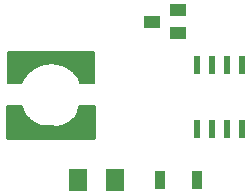
<source format=gtp>
G75*
%MOIN*%
%OFA0B0*%
%FSLAX25Y25*%
%IPPOS*%
%LPD*%
%AMOC8*
5,1,8,0,0,1.08239X$1,22.5*
%
%ADD10R,0.05000X0.05000*%
%ADD11C,0.01200*%
%ADD12C,0.00160*%
%ADD13C,0.00500*%
%ADD14R,0.05512X0.03937*%
%ADD15R,0.03543X0.06299*%
%ADD16R,0.02165X0.05906*%
%ADD17R,0.06299X0.07480*%
D10*
X0072311Y0047189D03*
X0072311Y0070811D03*
D11*
X0046130Y0054866D02*
X0046130Y0044630D01*
X0074870Y0044630D01*
X0074870Y0054866D01*
X0070343Y0054866D01*
X0070021Y0053583D01*
X0069493Y0052371D01*
X0068773Y0051261D01*
X0067881Y0050284D01*
X0066841Y0049467D01*
X0065681Y0048832D01*
X0064432Y0048396D01*
X0063129Y0048170D01*
X0061806Y0048162D01*
X0060500Y0048370D01*
X0059201Y0048209D01*
X0057894Y0048253D01*
X0056609Y0048501D01*
X0055379Y0048947D01*
X0054233Y0049580D01*
X0053201Y0050384D01*
X0052308Y0051340D01*
X0051574Y0052424D01*
X0051020Y0053609D01*
X0050657Y0054866D01*
X0046130Y0054866D01*
X0046130Y0054234D02*
X0050839Y0054234D01*
X0051288Y0053036D02*
X0046130Y0053036D01*
X0046130Y0051837D02*
X0051971Y0051837D01*
X0052963Y0050639D02*
X0046130Y0050639D01*
X0046130Y0049440D02*
X0054485Y0049440D01*
X0058218Y0048242D02*
X0046130Y0048242D01*
X0046130Y0047043D02*
X0074870Y0047043D01*
X0074870Y0045845D02*
X0046130Y0045845D01*
X0046130Y0044646D02*
X0074870Y0044646D01*
X0074870Y0048242D02*
X0063542Y0048242D01*
X0061303Y0048242D02*
X0059468Y0048242D01*
X0066791Y0049440D02*
X0074870Y0049440D01*
X0074870Y0050639D02*
X0068205Y0050639D01*
X0069147Y0051837D02*
X0074870Y0051837D01*
X0074870Y0053036D02*
X0069782Y0053036D01*
X0070184Y0054234D02*
X0074870Y0054234D01*
D12*
X0071604Y0063643D02*
X0070277Y0063085D01*
X0070172Y0063323D01*
X0070060Y0063558D01*
X0069944Y0063790D01*
X0069821Y0064019D01*
X0069693Y0064245D01*
X0069559Y0064468D01*
X0069420Y0064688D01*
X0069276Y0064904D01*
X0069126Y0065117D01*
X0068972Y0065326D01*
X0068812Y0065531D01*
X0068647Y0065732D01*
X0068478Y0065929D01*
X0068304Y0066122D01*
X0068125Y0066310D01*
X0067941Y0066494D01*
X0067753Y0066674D01*
X0067561Y0066849D01*
X0067364Y0067019D01*
X0067164Y0067184D01*
X0066959Y0067345D01*
X0066751Y0067500D01*
X0066539Y0067650D01*
X0066323Y0067796D01*
X0066104Y0067935D01*
X0065882Y0068070D01*
X0065656Y0068198D01*
X0065427Y0068322D01*
X0065195Y0068440D01*
X0064961Y0068552D01*
X0064724Y0068658D01*
X0064484Y0068758D01*
X0064242Y0068853D01*
X0063997Y0068942D01*
X0063751Y0069024D01*
X0063503Y0069101D01*
X0063252Y0069171D01*
X0063001Y0069236D01*
X0062747Y0069294D01*
X0062493Y0069346D01*
X0062237Y0069392D01*
X0061980Y0069432D01*
X0061722Y0069465D01*
X0061463Y0069492D01*
X0061204Y0069513D01*
X0060945Y0069527D01*
X0060685Y0069535D01*
X0060425Y0069537D01*
X0060165Y0069532D01*
X0059906Y0069521D01*
X0059646Y0069504D01*
X0059387Y0069480D01*
X0059129Y0069450D01*
X0058872Y0069414D01*
X0058615Y0069372D01*
X0058360Y0069323D01*
X0058106Y0069268D01*
X0057853Y0069207D01*
X0057602Y0069140D01*
X0057353Y0069066D01*
X0057105Y0068987D01*
X0056860Y0068901D01*
X0056617Y0068810D01*
X0056375Y0068713D01*
X0056137Y0068610D01*
X0055901Y0068501D01*
X0055668Y0068386D01*
X0055437Y0068266D01*
X0055210Y0068140D01*
X0054986Y0068008D01*
X0054765Y0067872D01*
X0054547Y0067729D01*
X0054333Y0067582D01*
X0054123Y0067429D01*
X0053916Y0067272D01*
X0053713Y0067109D01*
X0053515Y0066941D01*
X0053320Y0066769D01*
X0053130Y0066592D01*
X0052944Y0066410D01*
X0052762Y0066224D01*
X0052586Y0066033D01*
X0052413Y0065839D01*
X0052246Y0065640D01*
X0052084Y0065437D01*
X0051926Y0065230D01*
X0051774Y0065019D01*
X0051627Y0064805D01*
X0051485Y0064587D01*
X0051349Y0064366D01*
X0051217Y0064142D01*
X0051092Y0063914D01*
X0050972Y0063683D01*
X0050858Y0063450D01*
X0050749Y0063214D01*
X0050646Y0062975D01*
X0049313Y0063518D01*
X0049429Y0063790D01*
X0049552Y0064058D01*
X0049682Y0064323D01*
X0049818Y0064585D01*
X0049960Y0064844D01*
X0050109Y0065099D01*
X0050264Y0065351D01*
X0050425Y0065598D01*
X0050592Y0065842D01*
X0050765Y0066081D01*
X0050943Y0066316D01*
X0051128Y0066547D01*
X0051318Y0066773D01*
X0051513Y0066994D01*
X0051714Y0067211D01*
X0051920Y0067422D01*
X0052131Y0067629D01*
X0052347Y0067830D01*
X0052568Y0068026D01*
X0052793Y0068217D01*
X0053023Y0068402D01*
X0053258Y0068581D01*
X0053497Y0068754D01*
X0053740Y0068922D01*
X0053987Y0069084D01*
X0054238Y0069239D01*
X0054493Y0069389D01*
X0054751Y0069532D01*
X0055013Y0069669D01*
X0055278Y0069799D01*
X0055546Y0069923D01*
X0055817Y0070040D01*
X0056091Y0070151D01*
X0056367Y0070255D01*
X0056646Y0070352D01*
X0056927Y0070442D01*
X0057210Y0070525D01*
X0057495Y0070602D01*
X0057782Y0070671D01*
X0058071Y0070734D01*
X0058361Y0070789D01*
X0058652Y0070837D01*
X0058945Y0070879D01*
X0059238Y0070913D01*
X0059532Y0070939D01*
X0059827Y0070959D01*
X0060122Y0070972D01*
X0060417Y0070977D01*
X0060712Y0070975D01*
X0061007Y0070966D01*
X0061302Y0070949D01*
X0061597Y0070926D01*
X0061890Y0070895D01*
X0062183Y0070857D01*
X0062475Y0070812D01*
X0062766Y0070760D01*
X0063055Y0070701D01*
X0063343Y0070635D01*
X0063629Y0070561D01*
X0063913Y0070481D01*
X0064195Y0070394D01*
X0064475Y0070300D01*
X0064752Y0070199D01*
X0065027Y0070092D01*
X0065300Y0069978D01*
X0065569Y0069857D01*
X0065836Y0069729D01*
X0066099Y0069596D01*
X0066359Y0069455D01*
X0066615Y0069309D01*
X0066868Y0069156D01*
X0067117Y0068997D01*
X0067362Y0068832D01*
X0067602Y0068662D01*
X0067839Y0068485D01*
X0068071Y0068303D01*
X0068299Y0068115D01*
X0068522Y0067921D01*
X0068740Y0067722D01*
X0068954Y0067518D01*
X0069162Y0067309D01*
X0069365Y0067095D01*
X0069563Y0066875D01*
X0069755Y0066651D01*
X0069942Y0066423D01*
X0070124Y0066190D01*
X0070299Y0065952D01*
X0070469Y0065711D01*
X0070633Y0065465D01*
X0070790Y0065215D01*
X0070942Y0064962D01*
X0071087Y0064705D01*
X0071226Y0064444D01*
X0071359Y0064181D01*
X0071485Y0063914D01*
X0071605Y0063644D01*
X0071465Y0063585D01*
X0071347Y0063852D01*
X0071223Y0064115D01*
X0071092Y0064376D01*
X0070954Y0064633D01*
X0070811Y0064887D01*
X0070661Y0065137D01*
X0070506Y0065384D01*
X0070344Y0065626D01*
X0070176Y0065865D01*
X0070003Y0066099D01*
X0069824Y0066329D01*
X0069639Y0066555D01*
X0069449Y0066776D01*
X0069254Y0066993D01*
X0069053Y0067204D01*
X0068848Y0067411D01*
X0068637Y0067612D01*
X0068421Y0067809D01*
X0068201Y0068000D01*
X0067976Y0068185D01*
X0067747Y0068365D01*
X0067513Y0068540D01*
X0067275Y0068708D01*
X0067033Y0068871D01*
X0066788Y0069028D01*
X0066538Y0069179D01*
X0066285Y0069324D01*
X0066028Y0069462D01*
X0065768Y0069594D01*
X0065505Y0069720D01*
X0065239Y0069839D01*
X0064970Y0069952D01*
X0064699Y0070058D01*
X0064425Y0070158D01*
X0064148Y0070250D01*
X0063870Y0070336D01*
X0063589Y0070416D01*
X0063307Y0070488D01*
X0063023Y0070553D01*
X0062737Y0070612D01*
X0062450Y0070663D01*
X0062162Y0070708D01*
X0061873Y0070745D01*
X0061583Y0070775D01*
X0061292Y0070799D01*
X0061001Y0070815D01*
X0060709Y0070824D01*
X0060418Y0070826D01*
X0060126Y0070821D01*
X0059835Y0070808D01*
X0059544Y0070789D01*
X0059254Y0070762D01*
X0058964Y0070729D01*
X0058675Y0070688D01*
X0058388Y0070640D01*
X0058101Y0070586D01*
X0057816Y0070524D01*
X0057533Y0070456D01*
X0057251Y0070380D01*
X0056972Y0070298D01*
X0056694Y0070209D01*
X0056419Y0070113D01*
X0056146Y0070010D01*
X0055875Y0069901D01*
X0055608Y0069785D01*
X0055343Y0069663D01*
X0055082Y0069534D01*
X0054823Y0069399D01*
X0054568Y0069258D01*
X0054317Y0069110D01*
X0054069Y0068957D01*
X0053825Y0068797D01*
X0053585Y0068632D01*
X0053349Y0068460D01*
X0053117Y0068283D01*
X0052890Y0068101D01*
X0052667Y0067912D01*
X0052449Y0067719D01*
X0052236Y0067520D01*
X0052027Y0067316D01*
X0051824Y0067107D01*
X0051626Y0066894D01*
X0051433Y0066675D01*
X0051245Y0066452D01*
X0051063Y0066224D01*
X0050887Y0065992D01*
X0050716Y0065755D01*
X0050551Y0065515D01*
X0050392Y0065271D01*
X0050239Y0065022D01*
X0050092Y0064770D01*
X0049952Y0064515D01*
X0049817Y0064256D01*
X0049689Y0063994D01*
X0049568Y0063729D01*
X0049452Y0063461D01*
X0049592Y0063404D01*
X0049706Y0063669D01*
X0049826Y0063931D01*
X0049952Y0064189D01*
X0050085Y0064445D01*
X0050224Y0064697D01*
X0050369Y0064945D01*
X0050520Y0065190D01*
X0050677Y0065432D01*
X0050840Y0065669D01*
X0051008Y0065903D01*
X0051183Y0066132D01*
X0051362Y0066357D01*
X0051548Y0066577D01*
X0051738Y0066793D01*
X0051934Y0067004D01*
X0052135Y0067210D01*
X0052340Y0067411D01*
X0052551Y0067608D01*
X0052766Y0067799D01*
X0052986Y0067984D01*
X0053211Y0068165D01*
X0053439Y0068339D01*
X0053672Y0068509D01*
X0053909Y0068672D01*
X0054150Y0068830D01*
X0054395Y0068981D01*
X0054643Y0069127D01*
X0054895Y0069266D01*
X0055150Y0069400D01*
X0055408Y0069527D01*
X0055670Y0069647D01*
X0055934Y0069762D01*
X0056201Y0069869D01*
X0056470Y0069971D01*
X0056742Y0070065D01*
X0057016Y0070153D01*
X0057292Y0070235D01*
X0057571Y0070309D01*
X0057850Y0070377D01*
X0058132Y0070438D01*
X0058414Y0070492D01*
X0058698Y0070539D01*
X0058983Y0070579D01*
X0059269Y0070612D01*
X0059556Y0070638D01*
X0059843Y0070658D01*
X0060131Y0070670D01*
X0060419Y0070675D01*
X0060707Y0070673D01*
X0060994Y0070664D01*
X0061282Y0070648D01*
X0061569Y0070625D01*
X0061855Y0070595D01*
X0062140Y0070558D01*
X0062425Y0070514D01*
X0062708Y0070464D01*
X0062990Y0070406D01*
X0063271Y0070341D01*
X0063550Y0070270D01*
X0063827Y0070192D01*
X0064102Y0070107D01*
X0064375Y0070015D01*
X0064645Y0069917D01*
X0064913Y0069812D01*
X0065179Y0069701D01*
X0065442Y0069583D01*
X0065701Y0069459D01*
X0065958Y0069328D01*
X0066211Y0069192D01*
X0066461Y0069049D01*
X0066708Y0068900D01*
X0066950Y0068745D01*
X0067189Y0068585D01*
X0067424Y0068418D01*
X0067655Y0068246D01*
X0067881Y0068068D01*
X0068103Y0067885D01*
X0068321Y0067696D01*
X0068533Y0067502D01*
X0068741Y0067303D01*
X0068944Y0067099D01*
X0069143Y0066891D01*
X0069335Y0066677D01*
X0069523Y0066459D01*
X0069705Y0066236D01*
X0069882Y0066009D01*
X0070053Y0065777D01*
X0070219Y0065542D01*
X0070378Y0065302D01*
X0070532Y0065059D01*
X0070680Y0064812D01*
X0070822Y0064561D01*
X0070957Y0064307D01*
X0071087Y0064050D01*
X0071210Y0063790D01*
X0071326Y0063527D01*
X0071187Y0063468D01*
X0071072Y0063728D01*
X0070950Y0063985D01*
X0070823Y0064239D01*
X0070689Y0064489D01*
X0070549Y0064737D01*
X0070403Y0064980D01*
X0070251Y0065221D01*
X0070094Y0065457D01*
X0069930Y0065690D01*
X0069761Y0065918D01*
X0069587Y0066142D01*
X0069407Y0066362D01*
X0069222Y0066578D01*
X0069031Y0066789D01*
X0068836Y0066995D01*
X0068635Y0067196D01*
X0068430Y0067392D01*
X0068220Y0067584D01*
X0068005Y0067770D01*
X0067786Y0067951D01*
X0067562Y0068126D01*
X0067335Y0068296D01*
X0067103Y0068461D01*
X0066867Y0068619D01*
X0066627Y0068772D01*
X0066384Y0068919D01*
X0066138Y0069060D01*
X0065887Y0069195D01*
X0065634Y0069324D01*
X0065378Y0069446D01*
X0065118Y0069562D01*
X0064856Y0069672D01*
X0064592Y0069776D01*
X0064325Y0069873D01*
X0064055Y0069963D01*
X0063784Y0070047D01*
X0063510Y0070124D01*
X0063235Y0070195D01*
X0062958Y0070258D01*
X0062680Y0070315D01*
X0062400Y0070365D01*
X0062119Y0070409D01*
X0061837Y0070445D01*
X0061555Y0070475D01*
X0061271Y0070497D01*
X0060988Y0070513D01*
X0060704Y0070522D01*
X0060420Y0070524D01*
X0060135Y0070519D01*
X0059852Y0070507D01*
X0059568Y0070488D01*
X0059285Y0070462D01*
X0059003Y0070429D01*
X0058721Y0070390D01*
X0058441Y0070343D01*
X0058162Y0070290D01*
X0057884Y0070230D01*
X0057608Y0070163D01*
X0057334Y0070089D01*
X0057061Y0070009D01*
X0056790Y0069922D01*
X0056522Y0069829D01*
X0056256Y0069729D01*
X0055993Y0069622D01*
X0055732Y0069510D01*
X0055474Y0069391D01*
X0055219Y0069265D01*
X0054967Y0069134D01*
X0054718Y0068996D01*
X0054473Y0068852D01*
X0054232Y0068702D01*
X0053994Y0068547D01*
X0053760Y0068386D01*
X0053530Y0068219D01*
X0053304Y0068046D01*
X0053083Y0067868D01*
X0052866Y0067685D01*
X0052653Y0067496D01*
X0052445Y0067303D01*
X0052242Y0067104D01*
X0052044Y0066900D01*
X0051850Y0066692D01*
X0051662Y0066479D01*
X0051480Y0066261D01*
X0051302Y0066040D01*
X0051130Y0065813D01*
X0050964Y0065583D01*
X0050803Y0065349D01*
X0050648Y0065110D01*
X0050499Y0064869D01*
X0050356Y0064623D01*
X0050219Y0064374D01*
X0050088Y0064122D01*
X0049963Y0063867D01*
X0049844Y0063609D01*
X0049732Y0063347D01*
X0049872Y0063290D01*
X0049983Y0063548D01*
X0050100Y0063803D01*
X0050223Y0064055D01*
X0050352Y0064304D01*
X0050488Y0064549D01*
X0050629Y0064792D01*
X0050776Y0065030D01*
X0050929Y0065265D01*
X0051088Y0065497D01*
X0051252Y0065724D01*
X0051422Y0065947D01*
X0051597Y0066166D01*
X0051777Y0066381D01*
X0051963Y0066591D01*
X0052154Y0066797D01*
X0052349Y0066998D01*
X0052550Y0067194D01*
X0052755Y0067385D01*
X0052965Y0067571D01*
X0053179Y0067752D01*
X0053398Y0067928D01*
X0053621Y0068098D01*
X0053848Y0068263D01*
X0054079Y0068422D01*
X0054313Y0068575D01*
X0054552Y0068723D01*
X0054794Y0068865D01*
X0055039Y0069001D01*
X0055288Y0069131D01*
X0055539Y0069254D01*
X0055794Y0069372D01*
X0056051Y0069483D01*
X0056311Y0069588D01*
X0056574Y0069687D01*
X0056839Y0069779D01*
X0057106Y0069865D01*
X0057375Y0069944D01*
X0057646Y0070017D01*
X0057918Y0070083D01*
X0058192Y0070142D01*
X0058468Y0070195D01*
X0058744Y0070240D01*
X0059022Y0070280D01*
X0059301Y0070312D01*
X0059580Y0070337D01*
X0059860Y0070356D01*
X0060140Y0070368D01*
X0060420Y0070373D01*
X0060701Y0070371D01*
X0060981Y0070362D01*
X0061261Y0070347D01*
X0061541Y0070324D01*
X0061820Y0070295D01*
X0062098Y0070259D01*
X0062375Y0070217D01*
X0062651Y0070167D01*
X0062926Y0070111D01*
X0063199Y0070048D01*
X0063471Y0069978D01*
X0063741Y0069902D01*
X0064009Y0069819D01*
X0064275Y0069730D01*
X0064538Y0069635D01*
X0064799Y0069532D01*
X0065058Y0069424D01*
X0065314Y0069309D01*
X0065567Y0069188D01*
X0065817Y0069061D01*
X0066064Y0068928D01*
X0066307Y0068789D01*
X0066547Y0068644D01*
X0066784Y0068493D01*
X0067017Y0068337D01*
X0067245Y0068174D01*
X0067470Y0068007D01*
X0067691Y0067834D01*
X0067907Y0067655D01*
X0068119Y0067471D01*
X0068326Y0067283D01*
X0068529Y0067089D01*
X0068727Y0066890D01*
X0068920Y0066687D01*
X0069108Y0066478D01*
X0069291Y0066266D01*
X0069468Y0066049D01*
X0069641Y0065827D01*
X0069807Y0065602D01*
X0069969Y0065372D01*
X0070124Y0065139D01*
X0070274Y0064902D01*
X0070418Y0064661D01*
X0070556Y0064417D01*
X0070688Y0064170D01*
X0070814Y0063919D01*
X0070934Y0063666D01*
X0071048Y0063409D01*
X0070909Y0063351D01*
X0070796Y0063604D01*
X0070678Y0063854D01*
X0070554Y0064101D01*
X0070423Y0064345D01*
X0070287Y0064586D01*
X0070145Y0064824D01*
X0069997Y0065058D01*
X0069843Y0065288D01*
X0069684Y0065514D01*
X0069520Y0065737D01*
X0069350Y0065955D01*
X0069174Y0066169D01*
X0068994Y0066379D01*
X0068809Y0066585D01*
X0068618Y0066785D01*
X0068423Y0066981D01*
X0068223Y0067173D01*
X0068018Y0067359D01*
X0067809Y0067540D01*
X0067596Y0067716D01*
X0067378Y0067887D01*
X0067156Y0068053D01*
X0066930Y0068213D01*
X0066701Y0068367D01*
X0066467Y0068516D01*
X0066230Y0068659D01*
X0065990Y0068796D01*
X0065747Y0068928D01*
X0065500Y0069053D01*
X0065250Y0069172D01*
X0064998Y0069286D01*
X0064742Y0069393D01*
X0064485Y0069493D01*
X0064225Y0069588D01*
X0063962Y0069676D01*
X0063698Y0069757D01*
X0063431Y0069833D01*
X0063163Y0069901D01*
X0062894Y0069963D01*
X0062622Y0070019D01*
X0062350Y0070068D01*
X0062077Y0070110D01*
X0061802Y0070145D01*
X0061527Y0070174D01*
X0061251Y0070196D01*
X0060975Y0070211D01*
X0060698Y0070220D01*
X0060421Y0070222D01*
X0060145Y0070217D01*
X0059868Y0070205D01*
X0059592Y0070187D01*
X0059316Y0070162D01*
X0059041Y0070130D01*
X0058767Y0070091D01*
X0058494Y0070046D01*
X0058223Y0069994D01*
X0057952Y0069936D01*
X0057683Y0069870D01*
X0057416Y0069799D01*
X0057150Y0069721D01*
X0056887Y0069636D01*
X0056625Y0069545D01*
X0056366Y0069448D01*
X0056110Y0069344D01*
X0055856Y0069234D01*
X0055605Y0069118D01*
X0055356Y0068996D01*
X0055111Y0068868D01*
X0054869Y0068734D01*
X0054630Y0068594D01*
X0054395Y0068448D01*
X0054163Y0068297D01*
X0053935Y0068140D01*
X0053711Y0067977D01*
X0053491Y0067809D01*
X0053276Y0067636D01*
X0053064Y0067457D01*
X0052857Y0067274D01*
X0052655Y0067085D01*
X0052457Y0066892D01*
X0052264Y0066693D01*
X0052075Y0066491D01*
X0051892Y0066283D01*
X0051714Y0066071D01*
X0051541Y0065855D01*
X0051374Y0065635D01*
X0051212Y0065410D01*
X0051055Y0065182D01*
X0050904Y0064950D01*
X0050759Y0064715D01*
X0050619Y0064476D01*
X0050486Y0064233D01*
X0050358Y0063988D01*
X0050237Y0063739D01*
X0050121Y0063488D01*
X0050012Y0063234D01*
X0050152Y0063177D01*
X0050260Y0063427D01*
X0050374Y0063675D01*
X0050494Y0063921D01*
X0050619Y0064163D01*
X0050751Y0064402D01*
X0050889Y0064638D01*
X0051032Y0064870D01*
X0051181Y0065099D01*
X0051336Y0065324D01*
X0051496Y0065546D01*
X0051661Y0065763D01*
X0051831Y0065976D01*
X0052007Y0066185D01*
X0052188Y0066390D01*
X0052374Y0066590D01*
X0052564Y0066786D01*
X0052759Y0066976D01*
X0052959Y0067162D01*
X0053163Y0067344D01*
X0053372Y0067520D01*
X0053585Y0067691D01*
X0053802Y0067856D01*
X0054023Y0068017D01*
X0054248Y0068172D01*
X0054476Y0068321D01*
X0054708Y0068465D01*
X0054944Y0068603D01*
X0055183Y0068735D01*
X0055425Y0068862D01*
X0055670Y0068982D01*
X0055918Y0069097D01*
X0056168Y0069205D01*
X0056422Y0069307D01*
X0056677Y0069403D01*
X0056935Y0069493D01*
X0057195Y0069576D01*
X0057457Y0069654D01*
X0057721Y0069724D01*
X0057986Y0069788D01*
X0058253Y0069846D01*
X0058521Y0069897D01*
X0058790Y0069942D01*
X0059061Y0069980D01*
X0059332Y0070011D01*
X0059604Y0070036D01*
X0059876Y0070054D01*
X0060149Y0070066D01*
X0060422Y0070071D01*
X0060695Y0070069D01*
X0060968Y0070061D01*
X0061241Y0070045D01*
X0061513Y0070024D01*
X0061784Y0069995D01*
X0062055Y0069960D01*
X0062325Y0069919D01*
X0062594Y0069871D01*
X0062861Y0069816D01*
X0063127Y0069755D01*
X0063392Y0069687D01*
X0063655Y0069613D01*
X0063916Y0069532D01*
X0064174Y0069445D01*
X0064431Y0069352D01*
X0064685Y0069253D01*
X0064937Y0069147D01*
X0065186Y0069036D01*
X0065433Y0068918D01*
X0065676Y0068794D01*
X0065916Y0068665D01*
X0066154Y0068529D01*
X0066387Y0068388D01*
X0066617Y0068241D01*
X0066844Y0068089D01*
X0067067Y0067931D01*
X0067286Y0067768D01*
X0067500Y0067599D01*
X0067711Y0067425D01*
X0067917Y0067247D01*
X0068119Y0067063D01*
X0068317Y0066874D01*
X0068509Y0066681D01*
X0068697Y0066482D01*
X0068880Y0066280D01*
X0069058Y0066073D01*
X0069231Y0065862D01*
X0069399Y0065646D01*
X0069561Y0065427D01*
X0069718Y0065203D01*
X0069870Y0064976D01*
X0070016Y0064745D01*
X0070156Y0064511D01*
X0070291Y0064273D01*
X0070419Y0064033D01*
X0070542Y0063789D01*
X0070659Y0063542D01*
X0070769Y0063292D01*
X0070630Y0063234D01*
X0070521Y0063480D01*
X0070406Y0063723D01*
X0070285Y0063964D01*
X0070158Y0064202D01*
X0070025Y0064436D01*
X0069887Y0064667D01*
X0069743Y0064895D01*
X0069593Y0065119D01*
X0069438Y0065339D01*
X0069278Y0065556D01*
X0069113Y0065768D01*
X0068942Y0065976D01*
X0068766Y0066181D01*
X0068586Y0066380D01*
X0068401Y0066576D01*
X0068210Y0066767D01*
X0068016Y0066953D01*
X0067817Y0067134D01*
X0067613Y0067310D01*
X0067405Y0067482D01*
X0067193Y0067648D01*
X0066977Y0067809D01*
X0066758Y0067965D01*
X0066534Y0068115D01*
X0066307Y0068260D01*
X0066077Y0068399D01*
X0065843Y0068533D01*
X0065606Y0068661D01*
X0065366Y0068783D01*
X0065123Y0068899D01*
X0064877Y0069009D01*
X0064628Y0069113D01*
X0064378Y0069211D01*
X0064124Y0069303D01*
X0063869Y0069389D01*
X0063612Y0069468D01*
X0063352Y0069541D01*
X0063092Y0069608D01*
X0062829Y0069668D01*
X0062565Y0069722D01*
X0062300Y0069770D01*
X0062034Y0069811D01*
X0061767Y0069845D01*
X0061499Y0069873D01*
X0061230Y0069895D01*
X0060962Y0069910D01*
X0060692Y0069918D01*
X0060423Y0069920D01*
X0060154Y0069915D01*
X0059885Y0069904D01*
X0059616Y0069886D01*
X0059348Y0069861D01*
X0059080Y0069830D01*
X0058813Y0069793D01*
X0058548Y0069749D01*
X0058283Y0069698D01*
X0058020Y0069641D01*
X0057758Y0069578D01*
X0057498Y0069508D01*
X0057240Y0069432D01*
X0056983Y0069350D01*
X0056729Y0069261D01*
X0056477Y0069167D01*
X0056227Y0069066D01*
X0055980Y0068959D01*
X0055735Y0068846D01*
X0055493Y0068727D01*
X0055255Y0068602D01*
X0055019Y0068472D01*
X0054787Y0068336D01*
X0054558Y0068194D01*
X0054332Y0068047D01*
X0054111Y0067894D01*
X0053893Y0067736D01*
X0053679Y0067572D01*
X0053469Y0067404D01*
X0053263Y0067230D01*
X0053061Y0067051D01*
X0052864Y0066868D01*
X0052671Y0066679D01*
X0052484Y0066486D01*
X0052300Y0066289D01*
X0052122Y0066087D01*
X0051949Y0065881D01*
X0051780Y0065671D01*
X0051617Y0065456D01*
X0051460Y0065238D01*
X0051307Y0065016D01*
X0051160Y0064790D01*
X0051019Y0064561D01*
X0050883Y0064328D01*
X0050753Y0064093D01*
X0050629Y0063854D01*
X0050510Y0063612D01*
X0050398Y0063367D01*
X0050291Y0063120D01*
X0050431Y0063063D01*
X0050536Y0063307D01*
X0050647Y0063548D01*
X0050764Y0063786D01*
X0050887Y0064022D01*
X0051015Y0064255D01*
X0051149Y0064484D01*
X0051288Y0064710D01*
X0051433Y0064933D01*
X0051584Y0065152D01*
X0051739Y0065367D01*
X0051900Y0065578D01*
X0052066Y0065786D01*
X0052237Y0065989D01*
X0052413Y0066188D01*
X0052593Y0066383D01*
X0052779Y0066573D01*
X0052969Y0066759D01*
X0053163Y0066940D01*
X0053362Y0067116D01*
X0053565Y0067287D01*
X0053772Y0067454D01*
X0053983Y0067615D01*
X0054198Y0067771D01*
X0054417Y0067922D01*
X0054639Y0068067D01*
X0054865Y0068207D01*
X0055094Y0068341D01*
X0055327Y0068470D01*
X0055562Y0068593D01*
X0055801Y0068710D01*
X0056042Y0068821D01*
X0056285Y0068927D01*
X0056532Y0069026D01*
X0056780Y0069119D01*
X0057031Y0069207D01*
X0057284Y0069288D01*
X0057539Y0069363D01*
X0057796Y0069432D01*
X0058054Y0069494D01*
X0058313Y0069550D01*
X0058574Y0069600D01*
X0058836Y0069643D01*
X0059099Y0069680D01*
X0059363Y0069711D01*
X0059628Y0069735D01*
X0059893Y0069753D01*
X0060158Y0069764D01*
X0060424Y0069769D01*
X0060689Y0069767D01*
X0060955Y0069759D01*
X0061220Y0069744D01*
X0061485Y0069723D01*
X0061749Y0069695D01*
X0062013Y0069661D01*
X0062275Y0069621D01*
X0062537Y0069574D01*
X0062797Y0069521D01*
X0063056Y0069461D01*
X0063313Y0069395D01*
X0063569Y0069323D01*
X0063822Y0069245D01*
X0064074Y0069160D01*
X0064324Y0069070D01*
X0064571Y0068973D01*
X0064816Y0068870D01*
X0065059Y0068762D01*
X0065298Y0068647D01*
X0065535Y0068527D01*
X0065769Y0068401D01*
X0066000Y0068269D01*
X0066227Y0068132D01*
X0066451Y0067989D01*
X0066671Y0067841D01*
X0066888Y0067687D01*
X0067101Y0067529D01*
X0067310Y0067365D01*
X0067515Y0067196D01*
X0067716Y0067022D01*
X0067912Y0066843D01*
X0068104Y0066659D01*
X0068292Y0066471D01*
X0068475Y0066278D01*
X0068653Y0066081D01*
X0068826Y0065880D01*
X0068994Y0065674D01*
X0069157Y0065465D01*
X0069315Y0065251D01*
X0069468Y0065034D01*
X0069616Y0064813D01*
X0069758Y0064589D01*
X0069894Y0064361D01*
X0070025Y0064130D01*
X0070150Y0063895D01*
X0070270Y0063658D01*
X0070383Y0063418D01*
X0070491Y0063175D01*
X0070352Y0063117D01*
X0070246Y0063356D01*
X0070134Y0063593D01*
X0070016Y0063827D01*
X0069892Y0064058D01*
X0069763Y0064286D01*
X0069629Y0064510D01*
X0069488Y0064732D01*
X0069343Y0064950D01*
X0069192Y0065164D01*
X0069037Y0065374D01*
X0068876Y0065581D01*
X0068710Y0065784D01*
X0068539Y0065982D01*
X0068363Y0066176D01*
X0068183Y0066366D01*
X0067998Y0066552D01*
X0067809Y0066733D01*
X0067615Y0066909D01*
X0067417Y0067081D01*
X0067215Y0067247D01*
X0067009Y0067409D01*
X0066799Y0067566D01*
X0066585Y0067717D01*
X0066368Y0067863D01*
X0066147Y0068004D01*
X0065923Y0068139D01*
X0065695Y0068269D01*
X0065465Y0068393D01*
X0065231Y0068512D01*
X0064995Y0068625D01*
X0064756Y0068732D01*
X0064514Y0068833D01*
X0064270Y0068929D01*
X0064024Y0069018D01*
X0063776Y0069101D01*
X0063526Y0069179D01*
X0063274Y0069250D01*
X0063020Y0069315D01*
X0062765Y0069373D01*
X0062508Y0069426D01*
X0062250Y0069472D01*
X0061991Y0069512D01*
X0061731Y0069545D01*
X0061471Y0069573D01*
X0061210Y0069594D01*
X0060948Y0069608D01*
X0060687Y0069616D01*
X0060425Y0069618D01*
X0060163Y0069613D01*
X0059901Y0069602D01*
X0059640Y0069585D01*
X0059379Y0069561D01*
X0059119Y0069531D01*
X0058859Y0069494D01*
X0058601Y0069451D01*
X0058344Y0069402D01*
X0058088Y0069347D01*
X0057833Y0069285D01*
X0057580Y0069218D01*
X0057329Y0069144D01*
X0057079Y0069064D01*
X0056832Y0068978D01*
X0056587Y0068885D01*
X0056344Y0068787D01*
X0056104Y0068683D01*
X0055866Y0068574D01*
X0055631Y0068458D01*
X0055399Y0068337D01*
X0055169Y0068210D01*
X0054944Y0068078D01*
X0054721Y0067940D01*
X0054502Y0067796D01*
X0054286Y0067648D01*
X0054074Y0067494D01*
X0053866Y0067335D01*
X0053661Y0067171D01*
X0053461Y0067002D01*
X0053265Y0066829D01*
X0053074Y0066650D01*
X0052886Y0066467D01*
X0052703Y0066279D01*
X0052525Y0066087D01*
X0052352Y0065891D01*
X0052183Y0065691D01*
X0052020Y0065486D01*
X0051861Y0065278D01*
X0051708Y0065066D01*
X0051559Y0064850D01*
X0051416Y0064630D01*
X0051279Y0064407D01*
X0051147Y0064181D01*
X0051020Y0063952D01*
X0050899Y0063719D01*
X0050784Y0063484D01*
X0050675Y0063246D01*
X0050571Y0063006D01*
X0049396Y0054357D02*
X0050723Y0054915D01*
X0050828Y0054677D01*
X0050940Y0054442D01*
X0051056Y0054210D01*
X0051179Y0053981D01*
X0051307Y0053755D01*
X0051441Y0053532D01*
X0051580Y0053312D01*
X0051724Y0053096D01*
X0051874Y0052883D01*
X0052028Y0052674D01*
X0052188Y0052469D01*
X0052353Y0052268D01*
X0052522Y0052071D01*
X0052696Y0051878D01*
X0052875Y0051690D01*
X0053059Y0051506D01*
X0053247Y0051326D01*
X0053439Y0051151D01*
X0053636Y0050981D01*
X0053836Y0050816D01*
X0054041Y0050655D01*
X0054249Y0050500D01*
X0054461Y0050350D01*
X0054677Y0050204D01*
X0054896Y0050065D01*
X0055118Y0049930D01*
X0055344Y0049802D01*
X0055573Y0049678D01*
X0055805Y0049560D01*
X0056039Y0049448D01*
X0056276Y0049342D01*
X0056516Y0049242D01*
X0056758Y0049147D01*
X0057003Y0049058D01*
X0057249Y0048976D01*
X0057497Y0048899D01*
X0057748Y0048829D01*
X0057999Y0048764D01*
X0058253Y0048706D01*
X0058507Y0048654D01*
X0058763Y0048608D01*
X0059020Y0048568D01*
X0059278Y0048535D01*
X0059537Y0048508D01*
X0059796Y0048487D01*
X0060055Y0048473D01*
X0060315Y0048465D01*
X0060575Y0048463D01*
X0060835Y0048468D01*
X0061094Y0048479D01*
X0061354Y0048496D01*
X0061613Y0048520D01*
X0061871Y0048550D01*
X0062128Y0048586D01*
X0062385Y0048628D01*
X0062640Y0048677D01*
X0062894Y0048732D01*
X0063147Y0048793D01*
X0063398Y0048860D01*
X0063647Y0048934D01*
X0063895Y0049013D01*
X0064140Y0049099D01*
X0064383Y0049190D01*
X0064625Y0049287D01*
X0064863Y0049390D01*
X0065099Y0049499D01*
X0065332Y0049614D01*
X0065563Y0049734D01*
X0065790Y0049860D01*
X0066014Y0049992D01*
X0066235Y0050128D01*
X0066453Y0050271D01*
X0066667Y0050418D01*
X0066877Y0050571D01*
X0067084Y0050728D01*
X0067287Y0050891D01*
X0067485Y0051059D01*
X0067680Y0051231D01*
X0067870Y0051408D01*
X0068056Y0051590D01*
X0068238Y0051776D01*
X0068414Y0051967D01*
X0068587Y0052161D01*
X0068754Y0052360D01*
X0068916Y0052563D01*
X0069074Y0052770D01*
X0069226Y0052981D01*
X0069373Y0053195D01*
X0069515Y0053413D01*
X0069651Y0053634D01*
X0069783Y0053858D01*
X0069908Y0054086D01*
X0070028Y0054317D01*
X0070142Y0054550D01*
X0070251Y0054786D01*
X0070354Y0055025D01*
X0071687Y0054482D01*
X0071571Y0054210D01*
X0071448Y0053942D01*
X0071318Y0053677D01*
X0071182Y0053415D01*
X0071040Y0053156D01*
X0070891Y0052901D01*
X0070736Y0052649D01*
X0070575Y0052402D01*
X0070408Y0052158D01*
X0070235Y0051919D01*
X0070057Y0051684D01*
X0069872Y0051453D01*
X0069682Y0051227D01*
X0069487Y0051006D01*
X0069286Y0050789D01*
X0069080Y0050578D01*
X0068869Y0050371D01*
X0068653Y0050170D01*
X0068432Y0049974D01*
X0068207Y0049783D01*
X0067977Y0049598D01*
X0067742Y0049419D01*
X0067503Y0049246D01*
X0067260Y0049078D01*
X0067013Y0048916D01*
X0066762Y0048761D01*
X0066507Y0048611D01*
X0066249Y0048468D01*
X0065987Y0048331D01*
X0065722Y0048201D01*
X0065454Y0048077D01*
X0065183Y0047960D01*
X0064909Y0047849D01*
X0064633Y0047745D01*
X0064354Y0047648D01*
X0064073Y0047558D01*
X0063790Y0047475D01*
X0063505Y0047398D01*
X0063218Y0047329D01*
X0062929Y0047266D01*
X0062639Y0047211D01*
X0062348Y0047163D01*
X0062055Y0047121D01*
X0061762Y0047087D01*
X0061468Y0047061D01*
X0061173Y0047041D01*
X0060878Y0047028D01*
X0060583Y0047023D01*
X0060288Y0047025D01*
X0059993Y0047034D01*
X0059698Y0047051D01*
X0059403Y0047074D01*
X0059110Y0047105D01*
X0058817Y0047143D01*
X0058525Y0047188D01*
X0058234Y0047240D01*
X0057945Y0047299D01*
X0057657Y0047365D01*
X0057371Y0047439D01*
X0057087Y0047519D01*
X0056805Y0047606D01*
X0056525Y0047700D01*
X0056248Y0047801D01*
X0055973Y0047908D01*
X0055700Y0048022D01*
X0055431Y0048143D01*
X0055164Y0048271D01*
X0054901Y0048404D01*
X0054641Y0048545D01*
X0054385Y0048691D01*
X0054132Y0048844D01*
X0053883Y0049003D01*
X0053638Y0049168D01*
X0053398Y0049338D01*
X0053161Y0049515D01*
X0052929Y0049697D01*
X0052701Y0049885D01*
X0052478Y0050079D01*
X0052260Y0050278D01*
X0052046Y0050482D01*
X0051838Y0050691D01*
X0051635Y0050905D01*
X0051437Y0051125D01*
X0051245Y0051349D01*
X0051058Y0051577D01*
X0050876Y0051810D01*
X0050701Y0052048D01*
X0050531Y0052289D01*
X0050367Y0052535D01*
X0050210Y0052785D01*
X0050058Y0053038D01*
X0049913Y0053295D01*
X0049774Y0053556D01*
X0049641Y0053819D01*
X0049515Y0054086D01*
X0049395Y0054356D01*
X0049535Y0054415D01*
X0049653Y0054148D01*
X0049777Y0053885D01*
X0049908Y0053624D01*
X0050046Y0053367D01*
X0050189Y0053113D01*
X0050339Y0052863D01*
X0050494Y0052616D01*
X0050656Y0052374D01*
X0050824Y0052135D01*
X0050997Y0051901D01*
X0051176Y0051671D01*
X0051361Y0051445D01*
X0051551Y0051224D01*
X0051746Y0051007D01*
X0051947Y0050796D01*
X0052152Y0050589D01*
X0052363Y0050388D01*
X0052579Y0050191D01*
X0052799Y0050000D01*
X0053024Y0049815D01*
X0053253Y0049635D01*
X0053487Y0049460D01*
X0053725Y0049292D01*
X0053967Y0049129D01*
X0054212Y0048972D01*
X0054462Y0048821D01*
X0054715Y0048676D01*
X0054972Y0048538D01*
X0055232Y0048406D01*
X0055495Y0048280D01*
X0055761Y0048161D01*
X0056030Y0048048D01*
X0056301Y0047942D01*
X0056575Y0047842D01*
X0056852Y0047750D01*
X0057130Y0047664D01*
X0057411Y0047584D01*
X0057693Y0047512D01*
X0057977Y0047447D01*
X0058263Y0047388D01*
X0058550Y0047337D01*
X0058838Y0047292D01*
X0059127Y0047255D01*
X0059417Y0047225D01*
X0059708Y0047201D01*
X0059999Y0047185D01*
X0060291Y0047176D01*
X0060582Y0047174D01*
X0060874Y0047179D01*
X0061165Y0047192D01*
X0061456Y0047211D01*
X0061746Y0047238D01*
X0062036Y0047271D01*
X0062325Y0047312D01*
X0062612Y0047360D01*
X0062899Y0047414D01*
X0063184Y0047476D01*
X0063467Y0047544D01*
X0063749Y0047620D01*
X0064028Y0047702D01*
X0064306Y0047791D01*
X0064581Y0047887D01*
X0064854Y0047990D01*
X0065125Y0048099D01*
X0065392Y0048215D01*
X0065657Y0048337D01*
X0065918Y0048466D01*
X0066177Y0048601D01*
X0066432Y0048742D01*
X0066683Y0048890D01*
X0066931Y0049043D01*
X0067175Y0049203D01*
X0067415Y0049368D01*
X0067651Y0049540D01*
X0067883Y0049717D01*
X0068110Y0049899D01*
X0068333Y0050088D01*
X0068551Y0050281D01*
X0068764Y0050480D01*
X0068973Y0050684D01*
X0069176Y0050893D01*
X0069374Y0051106D01*
X0069567Y0051325D01*
X0069755Y0051548D01*
X0069937Y0051776D01*
X0070113Y0052008D01*
X0070284Y0052245D01*
X0070449Y0052485D01*
X0070608Y0052729D01*
X0070761Y0052978D01*
X0070908Y0053230D01*
X0071048Y0053485D01*
X0071183Y0053744D01*
X0071311Y0054006D01*
X0071432Y0054271D01*
X0071548Y0054539D01*
X0071408Y0054596D01*
X0071294Y0054331D01*
X0071174Y0054069D01*
X0071048Y0053811D01*
X0070915Y0053555D01*
X0070776Y0053303D01*
X0070631Y0053055D01*
X0070480Y0052810D01*
X0070323Y0052568D01*
X0070160Y0052331D01*
X0069992Y0052097D01*
X0069817Y0051868D01*
X0069638Y0051643D01*
X0069452Y0051423D01*
X0069262Y0051207D01*
X0069066Y0050996D01*
X0068865Y0050790D01*
X0068660Y0050589D01*
X0068449Y0050392D01*
X0068234Y0050201D01*
X0068014Y0050016D01*
X0067789Y0049835D01*
X0067561Y0049661D01*
X0067328Y0049491D01*
X0067091Y0049328D01*
X0066850Y0049170D01*
X0066605Y0049019D01*
X0066357Y0048873D01*
X0066105Y0048734D01*
X0065850Y0048600D01*
X0065592Y0048473D01*
X0065330Y0048353D01*
X0065066Y0048238D01*
X0064799Y0048131D01*
X0064530Y0048029D01*
X0064258Y0047935D01*
X0063984Y0047847D01*
X0063708Y0047765D01*
X0063429Y0047691D01*
X0063150Y0047623D01*
X0062868Y0047562D01*
X0062586Y0047508D01*
X0062302Y0047461D01*
X0062017Y0047421D01*
X0061731Y0047388D01*
X0061444Y0047362D01*
X0061157Y0047342D01*
X0060869Y0047330D01*
X0060581Y0047325D01*
X0060293Y0047327D01*
X0060006Y0047336D01*
X0059718Y0047352D01*
X0059431Y0047375D01*
X0059145Y0047405D01*
X0058860Y0047442D01*
X0058575Y0047486D01*
X0058292Y0047536D01*
X0058010Y0047594D01*
X0057729Y0047659D01*
X0057450Y0047730D01*
X0057173Y0047808D01*
X0056898Y0047893D01*
X0056625Y0047985D01*
X0056355Y0048083D01*
X0056087Y0048188D01*
X0055821Y0048299D01*
X0055558Y0048417D01*
X0055299Y0048541D01*
X0055042Y0048672D01*
X0054789Y0048808D01*
X0054539Y0048951D01*
X0054292Y0049100D01*
X0054050Y0049255D01*
X0053811Y0049415D01*
X0053576Y0049582D01*
X0053345Y0049754D01*
X0053119Y0049932D01*
X0052897Y0050115D01*
X0052679Y0050304D01*
X0052467Y0050498D01*
X0052259Y0050697D01*
X0052056Y0050901D01*
X0051857Y0051109D01*
X0051665Y0051323D01*
X0051477Y0051541D01*
X0051295Y0051764D01*
X0051118Y0051991D01*
X0050947Y0052223D01*
X0050781Y0052458D01*
X0050622Y0052698D01*
X0050468Y0052941D01*
X0050320Y0053188D01*
X0050178Y0053439D01*
X0050043Y0053693D01*
X0049913Y0053950D01*
X0049790Y0054210D01*
X0049674Y0054473D01*
X0049813Y0054532D01*
X0049928Y0054272D01*
X0050050Y0054015D01*
X0050177Y0053761D01*
X0050311Y0053511D01*
X0050451Y0053263D01*
X0050597Y0053020D01*
X0050749Y0052779D01*
X0050906Y0052543D01*
X0051070Y0052310D01*
X0051239Y0052082D01*
X0051413Y0051858D01*
X0051593Y0051638D01*
X0051778Y0051422D01*
X0051969Y0051211D01*
X0052164Y0051005D01*
X0052365Y0050804D01*
X0052570Y0050608D01*
X0052780Y0050416D01*
X0052995Y0050230D01*
X0053214Y0050049D01*
X0053438Y0049874D01*
X0053665Y0049704D01*
X0053897Y0049539D01*
X0054133Y0049381D01*
X0054373Y0049228D01*
X0054616Y0049081D01*
X0054862Y0048940D01*
X0055113Y0048805D01*
X0055366Y0048676D01*
X0055622Y0048554D01*
X0055882Y0048438D01*
X0056144Y0048328D01*
X0056408Y0048224D01*
X0056675Y0048127D01*
X0056945Y0048037D01*
X0057216Y0047953D01*
X0057490Y0047876D01*
X0057765Y0047805D01*
X0058042Y0047742D01*
X0058320Y0047685D01*
X0058600Y0047635D01*
X0058881Y0047591D01*
X0059163Y0047555D01*
X0059445Y0047525D01*
X0059729Y0047503D01*
X0060012Y0047487D01*
X0060296Y0047478D01*
X0060580Y0047476D01*
X0060865Y0047481D01*
X0061148Y0047493D01*
X0061432Y0047512D01*
X0061715Y0047538D01*
X0061997Y0047571D01*
X0062279Y0047610D01*
X0062559Y0047657D01*
X0062838Y0047710D01*
X0063116Y0047770D01*
X0063392Y0047837D01*
X0063666Y0047911D01*
X0063939Y0047991D01*
X0064210Y0048078D01*
X0064478Y0048171D01*
X0064744Y0048271D01*
X0065007Y0048378D01*
X0065268Y0048490D01*
X0065526Y0048609D01*
X0065781Y0048735D01*
X0066033Y0048866D01*
X0066282Y0049004D01*
X0066527Y0049148D01*
X0066768Y0049298D01*
X0067006Y0049453D01*
X0067240Y0049614D01*
X0067470Y0049781D01*
X0067696Y0049954D01*
X0067917Y0050132D01*
X0068134Y0050315D01*
X0068347Y0050504D01*
X0068555Y0050697D01*
X0068758Y0050896D01*
X0068956Y0051100D01*
X0069150Y0051308D01*
X0069338Y0051521D01*
X0069520Y0051739D01*
X0069698Y0051960D01*
X0069870Y0052187D01*
X0070036Y0052417D01*
X0070197Y0052651D01*
X0070352Y0052890D01*
X0070501Y0053131D01*
X0070644Y0053377D01*
X0070781Y0053626D01*
X0070912Y0053878D01*
X0071037Y0054133D01*
X0071156Y0054391D01*
X0071268Y0054653D01*
X0071128Y0054710D01*
X0071017Y0054452D01*
X0070900Y0054197D01*
X0070777Y0053945D01*
X0070648Y0053696D01*
X0070512Y0053451D01*
X0070371Y0053208D01*
X0070224Y0052970D01*
X0070071Y0052735D01*
X0069912Y0052503D01*
X0069748Y0052276D01*
X0069578Y0052053D01*
X0069403Y0051834D01*
X0069223Y0051619D01*
X0069037Y0051409D01*
X0068846Y0051203D01*
X0068651Y0051002D01*
X0068450Y0050806D01*
X0068245Y0050615D01*
X0068035Y0050429D01*
X0067821Y0050248D01*
X0067602Y0050072D01*
X0067379Y0049902D01*
X0067152Y0049737D01*
X0066921Y0049578D01*
X0066687Y0049425D01*
X0066448Y0049277D01*
X0066206Y0049135D01*
X0065961Y0048999D01*
X0065712Y0048869D01*
X0065461Y0048746D01*
X0065206Y0048628D01*
X0064949Y0048517D01*
X0064689Y0048412D01*
X0064426Y0048313D01*
X0064161Y0048221D01*
X0063894Y0048135D01*
X0063625Y0048056D01*
X0063354Y0047983D01*
X0063082Y0047917D01*
X0062808Y0047858D01*
X0062532Y0047805D01*
X0062256Y0047760D01*
X0061978Y0047720D01*
X0061699Y0047688D01*
X0061420Y0047663D01*
X0061140Y0047644D01*
X0060860Y0047632D01*
X0060580Y0047627D01*
X0060299Y0047629D01*
X0060019Y0047638D01*
X0059739Y0047653D01*
X0059459Y0047676D01*
X0059180Y0047705D01*
X0058902Y0047741D01*
X0058625Y0047783D01*
X0058349Y0047833D01*
X0058074Y0047889D01*
X0057801Y0047952D01*
X0057529Y0048022D01*
X0057259Y0048098D01*
X0056991Y0048181D01*
X0056725Y0048270D01*
X0056462Y0048365D01*
X0056201Y0048468D01*
X0055942Y0048576D01*
X0055686Y0048691D01*
X0055433Y0048812D01*
X0055183Y0048939D01*
X0054936Y0049072D01*
X0054693Y0049211D01*
X0054453Y0049356D01*
X0054216Y0049507D01*
X0053983Y0049663D01*
X0053755Y0049826D01*
X0053530Y0049993D01*
X0053309Y0050166D01*
X0053093Y0050345D01*
X0052881Y0050529D01*
X0052674Y0050717D01*
X0052471Y0050911D01*
X0052273Y0051110D01*
X0052080Y0051313D01*
X0051892Y0051522D01*
X0051709Y0051734D01*
X0051532Y0051951D01*
X0051359Y0052173D01*
X0051193Y0052398D01*
X0051031Y0052628D01*
X0050876Y0052861D01*
X0050726Y0053098D01*
X0050582Y0053339D01*
X0050444Y0053583D01*
X0050312Y0053830D01*
X0050186Y0054081D01*
X0050066Y0054334D01*
X0049952Y0054591D01*
X0050091Y0054649D01*
X0050204Y0054396D01*
X0050322Y0054146D01*
X0050446Y0053899D01*
X0050577Y0053655D01*
X0050713Y0053414D01*
X0050855Y0053176D01*
X0051003Y0052942D01*
X0051157Y0052712D01*
X0051316Y0052486D01*
X0051480Y0052263D01*
X0051650Y0052045D01*
X0051826Y0051831D01*
X0052006Y0051621D01*
X0052191Y0051415D01*
X0052382Y0051215D01*
X0052577Y0051019D01*
X0052777Y0050827D01*
X0052982Y0050641D01*
X0053191Y0050460D01*
X0053404Y0050284D01*
X0053622Y0050113D01*
X0053844Y0049947D01*
X0054070Y0049787D01*
X0054299Y0049633D01*
X0054533Y0049484D01*
X0054770Y0049341D01*
X0055010Y0049204D01*
X0055253Y0049072D01*
X0055500Y0048947D01*
X0055750Y0048828D01*
X0056002Y0048714D01*
X0056258Y0048607D01*
X0056515Y0048507D01*
X0056775Y0048412D01*
X0057038Y0048324D01*
X0057302Y0048243D01*
X0057569Y0048167D01*
X0057837Y0048099D01*
X0058106Y0048037D01*
X0058378Y0047981D01*
X0058650Y0047932D01*
X0058923Y0047890D01*
X0059198Y0047855D01*
X0059473Y0047826D01*
X0059749Y0047804D01*
X0060025Y0047789D01*
X0060302Y0047780D01*
X0060579Y0047778D01*
X0060855Y0047783D01*
X0061132Y0047795D01*
X0061408Y0047813D01*
X0061684Y0047838D01*
X0061959Y0047870D01*
X0062233Y0047909D01*
X0062506Y0047954D01*
X0062777Y0048006D01*
X0063048Y0048064D01*
X0063317Y0048130D01*
X0063584Y0048201D01*
X0063850Y0048279D01*
X0064113Y0048364D01*
X0064375Y0048455D01*
X0064634Y0048552D01*
X0064890Y0048656D01*
X0065144Y0048766D01*
X0065395Y0048882D01*
X0065644Y0049004D01*
X0065889Y0049132D01*
X0066131Y0049266D01*
X0066370Y0049406D01*
X0066605Y0049552D01*
X0066837Y0049703D01*
X0067065Y0049860D01*
X0067289Y0050023D01*
X0067509Y0050191D01*
X0067724Y0050364D01*
X0067936Y0050543D01*
X0068143Y0050726D01*
X0068345Y0050915D01*
X0068543Y0051108D01*
X0068736Y0051307D01*
X0068925Y0051509D01*
X0069108Y0051717D01*
X0069286Y0051929D01*
X0069459Y0052145D01*
X0069626Y0052365D01*
X0069788Y0052590D01*
X0069945Y0052818D01*
X0070096Y0053050D01*
X0070241Y0053285D01*
X0070381Y0053524D01*
X0070514Y0053767D01*
X0070642Y0054012D01*
X0070763Y0054261D01*
X0070879Y0054512D01*
X0070988Y0054766D01*
X0070848Y0054823D01*
X0070740Y0054573D01*
X0070626Y0054325D01*
X0070506Y0054079D01*
X0070381Y0053837D01*
X0070249Y0053598D01*
X0070111Y0053362D01*
X0069968Y0053130D01*
X0069819Y0052901D01*
X0069664Y0052676D01*
X0069504Y0052454D01*
X0069339Y0052237D01*
X0069169Y0052024D01*
X0068993Y0051815D01*
X0068812Y0051610D01*
X0068626Y0051410D01*
X0068436Y0051214D01*
X0068241Y0051024D01*
X0068041Y0050838D01*
X0067837Y0050656D01*
X0067628Y0050480D01*
X0067415Y0050309D01*
X0067198Y0050144D01*
X0066977Y0049983D01*
X0066752Y0049828D01*
X0066524Y0049679D01*
X0066292Y0049535D01*
X0066056Y0049397D01*
X0065817Y0049265D01*
X0065575Y0049138D01*
X0065330Y0049018D01*
X0065082Y0048903D01*
X0064832Y0048795D01*
X0064578Y0048693D01*
X0064323Y0048597D01*
X0064065Y0048507D01*
X0063805Y0048424D01*
X0063543Y0048346D01*
X0063279Y0048276D01*
X0063014Y0048212D01*
X0062747Y0048154D01*
X0062479Y0048103D01*
X0062210Y0048058D01*
X0061939Y0048020D01*
X0061668Y0047989D01*
X0061396Y0047964D01*
X0061124Y0047946D01*
X0060851Y0047934D01*
X0060578Y0047929D01*
X0060305Y0047931D01*
X0060032Y0047939D01*
X0059759Y0047955D01*
X0059487Y0047976D01*
X0059216Y0048005D01*
X0058945Y0048040D01*
X0058675Y0048081D01*
X0058406Y0048129D01*
X0058139Y0048184D01*
X0057873Y0048245D01*
X0057608Y0048313D01*
X0057345Y0048387D01*
X0057084Y0048468D01*
X0056826Y0048555D01*
X0056569Y0048648D01*
X0056315Y0048747D01*
X0056063Y0048853D01*
X0055814Y0048964D01*
X0055567Y0049082D01*
X0055324Y0049206D01*
X0055084Y0049335D01*
X0054846Y0049471D01*
X0054613Y0049612D01*
X0054383Y0049759D01*
X0054156Y0049911D01*
X0053933Y0050069D01*
X0053714Y0050232D01*
X0053500Y0050401D01*
X0053289Y0050575D01*
X0053083Y0050753D01*
X0052881Y0050937D01*
X0052683Y0051126D01*
X0052491Y0051319D01*
X0052303Y0051518D01*
X0052120Y0051720D01*
X0051942Y0051927D01*
X0051769Y0052138D01*
X0051601Y0052354D01*
X0051439Y0052573D01*
X0051282Y0052797D01*
X0051130Y0053024D01*
X0050984Y0053255D01*
X0050844Y0053489D01*
X0050709Y0053727D01*
X0050581Y0053967D01*
X0050458Y0054211D01*
X0050341Y0054458D01*
X0050231Y0054708D01*
X0050370Y0054766D01*
X0050479Y0054520D01*
X0050594Y0054277D01*
X0050715Y0054036D01*
X0050842Y0053798D01*
X0050975Y0053564D01*
X0051113Y0053333D01*
X0051257Y0053105D01*
X0051407Y0052881D01*
X0051562Y0052661D01*
X0051722Y0052444D01*
X0051887Y0052232D01*
X0052058Y0052024D01*
X0052234Y0051819D01*
X0052414Y0051620D01*
X0052599Y0051424D01*
X0052790Y0051233D01*
X0052984Y0051047D01*
X0053183Y0050866D01*
X0053387Y0050690D01*
X0053595Y0050518D01*
X0053807Y0050352D01*
X0054023Y0050191D01*
X0054242Y0050035D01*
X0054466Y0049885D01*
X0054693Y0049740D01*
X0054923Y0049601D01*
X0055157Y0049467D01*
X0055394Y0049339D01*
X0055634Y0049217D01*
X0055877Y0049101D01*
X0056123Y0048991D01*
X0056372Y0048887D01*
X0056622Y0048789D01*
X0056876Y0048697D01*
X0057131Y0048611D01*
X0057388Y0048532D01*
X0057648Y0048459D01*
X0057908Y0048392D01*
X0058171Y0048332D01*
X0058435Y0048278D01*
X0058700Y0048230D01*
X0058966Y0048189D01*
X0059233Y0048155D01*
X0059501Y0048127D01*
X0059770Y0048105D01*
X0060038Y0048090D01*
X0060308Y0048082D01*
X0060577Y0048080D01*
X0060846Y0048085D01*
X0061115Y0048096D01*
X0061384Y0048114D01*
X0061652Y0048139D01*
X0061920Y0048170D01*
X0062187Y0048207D01*
X0062452Y0048251D01*
X0062717Y0048302D01*
X0062980Y0048359D01*
X0063242Y0048422D01*
X0063502Y0048492D01*
X0063760Y0048568D01*
X0064017Y0048650D01*
X0064271Y0048739D01*
X0064523Y0048833D01*
X0064773Y0048934D01*
X0065020Y0049041D01*
X0065265Y0049154D01*
X0065507Y0049273D01*
X0065745Y0049398D01*
X0065981Y0049528D01*
X0066213Y0049664D01*
X0066442Y0049806D01*
X0066668Y0049953D01*
X0066889Y0050106D01*
X0067107Y0050264D01*
X0067321Y0050428D01*
X0067531Y0050596D01*
X0067737Y0050770D01*
X0067939Y0050949D01*
X0068136Y0051132D01*
X0068329Y0051321D01*
X0068516Y0051514D01*
X0068700Y0051711D01*
X0068878Y0051913D01*
X0069051Y0052119D01*
X0069220Y0052329D01*
X0069383Y0052544D01*
X0069540Y0052762D01*
X0069693Y0052984D01*
X0069840Y0053210D01*
X0069981Y0053439D01*
X0070117Y0053672D01*
X0070247Y0053907D01*
X0070371Y0054146D01*
X0070490Y0054388D01*
X0070602Y0054633D01*
X0070709Y0054880D01*
X0070569Y0054937D01*
X0070464Y0054693D01*
X0070353Y0054452D01*
X0070236Y0054214D01*
X0070113Y0053978D01*
X0069985Y0053745D01*
X0069851Y0053516D01*
X0069712Y0053290D01*
X0069567Y0053067D01*
X0069416Y0052848D01*
X0069261Y0052633D01*
X0069100Y0052422D01*
X0068934Y0052214D01*
X0068763Y0052011D01*
X0068587Y0051812D01*
X0068407Y0051617D01*
X0068221Y0051427D01*
X0068031Y0051241D01*
X0067837Y0051060D01*
X0067638Y0050884D01*
X0067435Y0050713D01*
X0067228Y0050546D01*
X0067017Y0050385D01*
X0066802Y0050229D01*
X0066583Y0050078D01*
X0066361Y0049933D01*
X0066135Y0049793D01*
X0065906Y0049659D01*
X0065673Y0049530D01*
X0065438Y0049407D01*
X0065199Y0049290D01*
X0064958Y0049179D01*
X0064715Y0049073D01*
X0064468Y0048974D01*
X0064220Y0048881D01*
X0063969Y0048793D01*
X0063716Y0048712D01*
X0063461Y0048637D01*
X0063204Y0048568D01*
X0062946Y0048506D01*
X0062687Y0048450D01*
X0062426Y0048400D01*
X0062164Y0048357D01*
X0061901Y0048320D01*
X0061637Y0048289D01*
X0061372Y0048265D01*
X0061107Y0048247D01*
X0060842Y0048236D01*
X0060576Y0048231D01*
X0060311Y0048233D01*
X0060045Y0048241D01*
X0059780Y0048256D01*
X0059515Y0048277D01*
X0059251Y0048305D01*
X0058987Y0048339D01*
X0058725Y0048379D01*
X0058463Y0048426D01*
X0058203Y0048479D01*
X0057944Y0048539D01*
X0057687Y0048605D01*
X0057431Y0048677D01*
X0057178Y0048755D01*
X0056926Y0048840D01*
X0056676Y0048930D01*
X0056429Y0049027D01*
X0056184Y0049130D01*
X0055941Y0049238D01*
X0055702Y0049353D01*
X0055465Y0049473D01*
X0055231Y0049599D01*
X0055000Y0049731D01*
X0054773Y0049868D01*
X0054549Y0050011D01*
X0054329Y0050159D01*
X0054112Y0050313D01*
X0053899Y0050471D01*
X0053690Y0050635D01*
X0053485Y0050804D01*
X0053284Y0050978D01*
X0053088Y0051157D01*
X0052896Y0051341D01*
X0052708Y0051529D01*
X0052525Y0051722D01*
X0052347Y0051919D01*
X0052174Y0052120D01*
X0052006Y0052326D01*
X0051843Y0052535D01*
X0051685Y0052749D01*
X0051532Y0052966D01*
X0051384Y0053187D01*
X0051242Y0053411D01*
X0051106Y0053639D01*
X0050975Y0053870D01*
X0050850Y0054105D01*
X0050730Y0054342D01*
X0050617Y0054582D01*
X0050509Y0054825D01*
X0050648Y0054883D01*
X0050754Y0054644D01*
X0050866Y0054407D01*
X0050984Y0054173D01*
X0051108Y0053942D01*
X0051237Y0053714D01*
X0051371Y0053490D01*
X0051512Y0053268D01*
X0051657Y0053050D01*
X0051808Y0052836D01*
X0051963Y0052626D01*
X0052124Y0052419D01*
X0052290Y0052216D01*
X0052461Y0052018D01*
X0052637Y0051824D01*
X0052817Y0051634D01*
X0053002Y0051448D01*
X0053191Y0051267D01*
X0053385Y0051091D01*
X0053583Y0050919D01*
X0053785Y0050753D01*
X0053991Y0050591D01*
X0054201Y0050434D01*
X0054415Y0050283D01*
X0054632Y0050137D01*
X0054853Y0049996D01*
X0055077Y0049861D01*
X0055305Y0049731D01*
X0055535Y0049607D01*
X0055769Y0049488D01*
X0056005Y0049375D01*
X0056244Y0049268D01*
X0056486Y0049167D01*
X0056730Y0049071D01*
X0056976Y0048982D01*
X0057224Y0048899D01*
X0057474Y0048821D01*
X0057726Y0048750D01*
X0057980Y0048685D01*
X0058235Y0048627D01*
X0058492Y0048574D01*
X0058750Y0048528D01*
X0059009Y0048488D01*
X0059269Y0048455D01*
X0059529Y0048427D01*
X0059790Y0048406D01*
X0060052Y0048392D01*
X0060313Y0048384D01*
X0060575Y0048382D01*
X0060837Y0048387D01*
X0061099Y0048398D01*
X0061360Y0048415D01*
X0061621Y0048439D01*
X0061881Y0048469D01*
X0062141Y0048506D01*
X0062399Y0048549D01*
X0062656Y0048598D01*
X0062912Y0048653D01*
X0063167Y0048715D01*
X0063420Y0048782D01*
X0063671Y0048856D01*
X0063921Y0048936D01*
X0064168Y0049022D01*
X0064413Y0049115D01*
X0064656Y0049213D01*
X0064896Y0049317D01*
X0065134Y0049426D01*
X0065369Y0049542D01*
X0065601Y0049663D01*
X0065831Y0049790D01*
X0066056Y0049922D01*
X0066279Y0050060D01*
X0066498Y0050204D01*
X0066714Y0050352D01*
X0066926Y0050506D01*
X0067134Y0050665D01*
X0067339Y0050829D01*
X0067539Y0050998D01*
X0067735Y0051171D01*
X0067926Y0051350D01*
X0068114Y0051533D01*
X0068297Y0051721D01*
X0068475Y0051913D01*
X0068648Y0052109D01*
X0068817Y0052309D01*
X0068980Y0052514D01*
X0069139Y0052722D01*
X0069292Y0052934D01*
X0069441Y0053150D01*
X0069584Y0053370D01*
X0069721Y0053593D01*
X0069853Y0053819D01*
X0069980Y0054048D01*
X0070101Y0054281D01*
X0070216Y0054516D01*
X0070325Y0054754D01*
X0070429Y0054994D01*
D13*
X0070343Y0063134D02*
X0069980Y0064391D01*
X0069426Y0065576D01*
X0068692Y0066660D01*
X0067799Y0067616D01*
X0066767Y0068420D01*
X0065621Y0069053D01*
X0064391Y0069499D01*
X0063106Y0069747D01*
X0061799Y0069791D01*
X0060500Y0069630D01*
X0059194Y0069838D01*
X0057871Y0069830D01*
X0056568Y0069604D01*
X0055319Y0069168D01*
X0054159Y0068533D01*
X0053119Y0067716D01*
X0052227Y0066739D01*
X0051507Y0065629D01*
X0050979Y0064417D01*
X0050657Y0063134D01*
X0046130Y0063134D01*
X0046130Y0073370D01*
X0074870Y0073370D01*
X0074870Y0063134D01*
X0070343Y0063134D01*
X0070290Y0063315D02*
X0074870Y0063315D01*
X0074870Y0063814D02*
X0070147Y0063814D01*
X0070003Y0064312D02*
X0074870Y0064312D01*
X0074870Y0064811D02*
X0069784Y0064811D01*
X0069551Y0065309D02*
X0074870Y0065309D01*
X0074870Y0065808D02*
X0069269Y0065808D01*
X0068932Y0066306D02*
X0074870Y0066306D01*
X0074870Y0066805D02*
X0068557Y0066805D01*
X0068091Y0067303D02*
X0074870Y0067303D01*
X0074870Y0067802D02*
X0067560Y0067802D01*
X0066920Y0068301D02*
X0074870Y0068301D01*
X0074870Y0068799D02*
X0066081Y0068799D01*
X0064947Y0069298D02*
X0074870Y0069298D01*
X0074870Y0069796D02*
X0059459Y0069796D01*
X0057677Y0069796D02*
X0046130Y0069796D01*
X0046130Y0069298D02*
X0055691Y0069298D01*
X0054646Y0068799D02*
X0046130Y0068799D01*
X0046130Y0068301D02*
X0053864Y0068301D01*
X0053229Y0067802D02*
X0046130Y0067802D01*
X0046130Y0067303D02*
X0052743Y0067303D01*
X0052287Y0066805D02*
X0046130Y0066805D01*
X0046130Y0066306D02*
X0051947Y0066306D01*
X0051623Y0065808D02*
X0046130Y0065808D01*
X0046130Y0065309D02*
X0051368Y0065309D01*
X0051151Y0064811D02*
X0046130Y0064811D01*
X0046130Y0064312D02*
X0050953Y0064312D01*
X0050828Y0063814D02*
X0046130Y0063814D01*
X0046130Y0063315D02*
X0050703Y0063315D01*
X0046130Y0070295D02*
X0074870Y0070295D01*
X0074870Y0070793D02*
X0046130Y0070793D01*
X0046130Y0071292D02*
X0074870Y0071292D01*
X0074870Y0071790D02*
X0046130Y0071790D01*
X0046130Y0072289D02*
X0074870Y0072289D01*
X0074870Y0072787D02*
X0046130Y0072787D01*
X0046130Y0073286D02*
X0074870Y0073286D01*
D14*
X0094182Y0083450D03*
X0102843Y0079710D03*
X0102843Y0087190D03*
D15*
X0096935Y0030737D03*
X0109140Y0030737D03*
D16*
X0109075Y0047645D03*
X0114075Y0047645D03*
X0119075Y0047645D03*
X0124075Y0047645D03*
X0124075Y0068905D03*
X0119075Y0068905D03*
X0114075Y0068905D03*
X0109075Y0068905D03*
D17*
X0081777Y0030637D03*
X0069573Y0030637D03*
M02*

</source>
